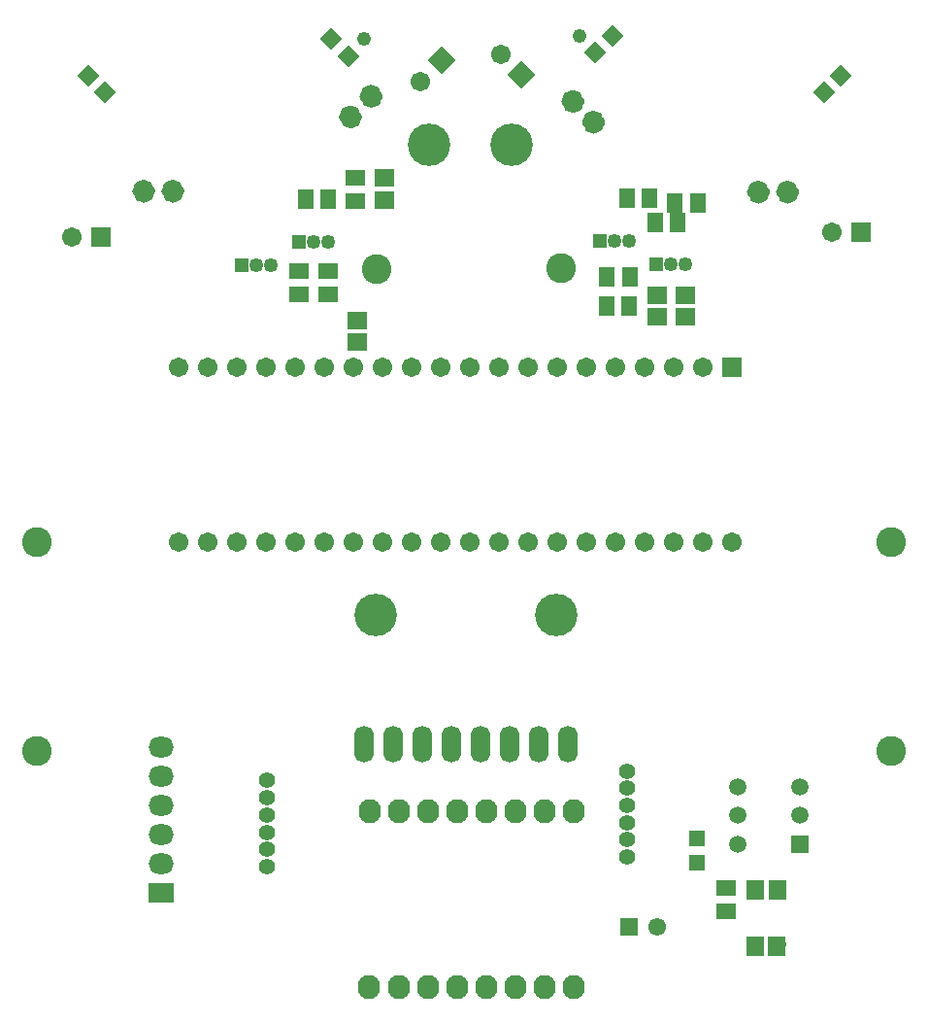
<source format=gbr>
G04*
G04 #@! TF.GenerationSoftware,Altium Limited,Altium Designer,26.2.0 (7)*
G04*
G04 Layer_Color=8388736*
%FSTAX25Y25*%
%MOIN*%
G70*
G04*
G04 #@! TF.SameCoordinates,DDC7E0C6-02D7-4959-A8D0-6A7BEAAAFFDF*
G04*
G04*
G04 #@! TF.FilePolarity,Negative*
G04*
G01*
G75*
%ADD25C,0.03937*%
%ADD26R,0.06706X0.06312*%
%ADD27R,0.05524X0.06509*%
%ADD28R,0.05524X0.05524*%
%ADD29R,0.06509X0.05524*%
%ADD30P,0.07813X4X90.0*%
%ADD31R,0.06312X0.06706*%
%ADD32P,0.07813X4X360.0*%
%ADD33C,0.05556*%
%ADD34R,0.06737X0.06737*%
%ADD35C,0.06737*%
%ADD36O,0.06706X0.12611*%
%ADD37C,0.14580*%
%ADD38C,0.10249*%
%ADD39C,0.05950*%
%ADD40R,0.05950X0.05950*%
%ADD41R,0.08674X0.07099*%
%ADD42O,0.08674X0.07099*%
%ADD43R,0.04934X0.04934*%
%ADD44C,0.04934*%
%ADD45R,0.06737X0.06737*%
%ADD46P,0.09528X4X360.0*%
%ADD47P,0.09528X4X90.0*%
%ADD48C,0.06102*%
%ADD49R,0.06102X0.06102*%
%ADD50O,0.07587X0.08375*%
%ADD51C,0.04800*%
D25*
X-0100235Y0119367D02*
G03*
X-0100235Y0119367I-0001969J0D01*
G01*
X-0110235D02*
G03*
X-0110235Y0119367I-0001969J0D01*
G01*
X-0032163Y015192D02*
G03*
X-0032163Y015192I-0001969J0D01*
G01*
X-0039234Y0144849D02*
G03*
X-0039234Y0144849I-0001969J0D01*
G01*
X0044208Y0143075D02*
G03*
X0044208Y0143075I-0001969J0D01*
G01*
X0037137Y0150146D02*
G03*
X0037137Y0150146I-0001969J0D01*
G01*
X0100852Y0119061D02*
G03*
X0100852Y0119061I-0001969J0D01*
G01*
X0110852D02*
G03*
X0110852Y0119061I-0001969J0D01*
G01*
D26*
X0073746Y0083706D02*
D03*
Y0076225D02*
D03*
X0064086Y0076236D02*
D03*
Y0083716D02*
D03*
X-0038959Y0067602D02*
D03*
Y0075082D02*
D03*
X-0029581Y0123828D02*
D03*
Y0116348D02*
D03*
D27*
X0054497Y0079917D02*
D03*
X0046623D02*
D03*
X0046856Y0089814D02*
D03*
X005473D02*
D03*
X0063398Y0108795D02*
D03*
X0071272D02*
D03*
X-0048745Y0116609D02*
D03*
X-0056619D02*
D03*
X0070105Y0115416D02*
D03*
X0077979D02*
D03*
X0053662Y0117044D02*
D03*
X0061536D02*
D03*
D28*
X007785Y-0111048D02*
D03*
Y-0102781D02*
D03*
D29*
X-0058925Y0083961D02*
D03*
Y0091835D02*
D03*
X-0049013Y0091943D02*
D03*
Y0084069D02*
D03*
X0087686Y-01277D02*
D03*
Y-0119826D02*
D03*
X-003952Y0115994D02*
D03*
Y0123868D02*
D03*
D30*
X0042798Y0166934D02*
D03*
X0048644Y017278D02*
D03*
X0127181Y0159116D02*
D03*
X0121335Y015327D02*
D03*
D31*
X0105253Y-0139602D02*
D03*
X0097773D02*
D03*
X009787Y-0120431D02*
D03*
X010535D02*
D03*
D32*
X-0125429Y0153283D02*
D03*
X-0131275Y0159129D02*
D03*
X-0047758Y0171551D02*
D03*
X-0041912Y0165705D02*
D03*
D33*
X0053815Y-0109062D02*
D03*
Y-0103156D02*
D03*
Y-0097251D02*
D03*
Y-0091345D02*
D03*
Y-008544D02*
D03*
Y-0079534D02*
D03*
X-0069772Y-0112342D02*
D03*
Y-0106436D02*
D03*
Y-0100531D02*
D03*
Y-0094625D02*
D03*
Y-008872D02*
D03*
Y-0082814D02*
D03*
D34*
X0089675Y0058864D02*
D03*
D35*
X0079675D02*
D03*
X0069675D02*
D03*
X0059675D02*
D03*
X0049675D02*
D03*
X0039675D02*
D03*
X0029675D02*
D03*
X0019675D02*
D03*
X0009675D02*
D03*
X-0000325D02*
D03*
X-0010325D02*
D03*
X-0020325D02*
D03*
X-0030325D02*
D03*
X-0040325D02*
D03*
X-0050325D02*
D03*
X-0060325D02*
D03*
X-0070325D02*
D03*
X-0080325D02*
D03*
X-0090325D02*
D03*
X-0100325D02*
D03*
Y-0001136D02*
D03*
X-0090325D02*
D03*
X-0080325D02*
D03*
X-0070325D02*
D03*
X-0060325D02*
D03*
X-0050325D02*
D03*
X-0040325D02*
D03*
X-0030325D02*
D03*
X-0020325D02*
D03*
X-0010325D02*
D03*
X-0000325D02*
D03*
X0009675D02*
D03*
X0019675D02*
D03*
X0029675D02*
D03*
X0039675D02*
D03*
X0049675D02*
D03*
X0059675D02*
D03*
X0069675D02*
D03*
X0079675D02*
D03*
X0089675D02*
D03*
X0124062Y0105219D02*
D03*
X0010497Y0166232D02*
D03*
X-0017055Y0157136D02*
D03*
X-0136803Y0103561D02*
D03*
D36*
X0013353Y-0070485D02*
D03*
X0003353D02*
D03*
X-0006647D02*
D03*
X-0016647D02*
D03*
X-0026647D02*
D03*
X-0036647D02*
D03*
X0023353D02*
D03*
X0033353D02*
D03*
D37*
X-0032521Y-0025954D02*
D03*
X0029479D02*
D03*
X0014171Y0135293D02*
D03*
X-0014243Y0135217D02*
D03*
D38*
X-0032087Y0092645D02*
D03*
X0031037Y0092837D02*
D03*
X0144329Y-0000878D02*
D03*
X-0148834Y-0000877D02*
D03*
X-0148835Y-0072574D02*
D03*
X0144331Y-0072575D02*
D03*
D39*
X0091714Y-0104676D02*
D03*
Y-0094833D02*
D03*
Y-0084991D02*
D03*
X0112974D02*
D03*
Y-0094833D02*
D03*
D40*
Y-0104676D02*
D03*
D41*
X-0106151Y-0121207D02*
D03*
D42*
Y-0111207D02*
D03*
Y-0101207D02*
D03*
Y-0091207D02*
D03*
Y-0081207D02*
D03*
Y-0071207D02*
D03*
D43*
X-0078645Y0094063D02*
D03*
X0044447Y0102244D02*
D03*
X-005873Y0101959D02*
D03*
X0063782Y009421D02*
D03*
D44*
X-0073645Y0094063D02*
D03*
X-0068645D02*
D03*
X0054447Y0102244D02*
D03*
X0049447D02*
D03*
X-004873Y0101959D02*
D03*
X-005373D02*
D03*
X0073782Y009421D02*
D03*
X0068782D02*
D03*
D45*
X0134062Y0105219D02*
D03*
X-0126803Y0103561D02*
D03*
D46*
X0017568Y0159161D02*
D03*
D47*
X-0009984Y0164207D02*
D03*
D48*
X0064258Y-0132998D02*
D03*
D49*
X0054416D02*
D03*
D50*
X0035521Y-0153802D02*
D03*
X0025521D02*
D03*
X0015521D02*
D03*
X0005521D02*
D03*
X-0004479D02*
D03*
X-0014479D02*
D03*
X-0024479D02*
D03*
X-0034979D02*
D03*
X0035521Y-0093408D02*
D03*
X0025521D02*
D03*
X0015521D02*
D03*
X0005521D02*
D03*
X-0004479D02*
D03*
X-0014479D02*
D03*
X-0024479D02*
D03*
X-0034479D02*
D03*
D51*
X0073746Y0083706D02*
D03*
X0064086Y0083716D02*
D03*
X-0049013Y0084069D02*
D03*
X-0131275Y0159129D02*
D03*
X-0036613Y0171565D02*
D03*
X0037439Y0172512D02*
D03*
X0106012Y-0121008D02*
D03*
Y-0139039D02*
D03*
X007785Y-0111048D02*
D03*
Y-0102781D02*
D03*
X0064086Y0076236D02*
D03*
X0073746Y0076225D02*
D03*
X0070698Y0108132D02*
D03*
X0127503Y0158845D02*
D03*
X0042798Y0166934D02*
D03*
X-0041912Y0165705D02*
D03*
X-0048745Y0116609D02*
D03*
X-0058925Y0091835D02*
D03*
M02*

</source>
